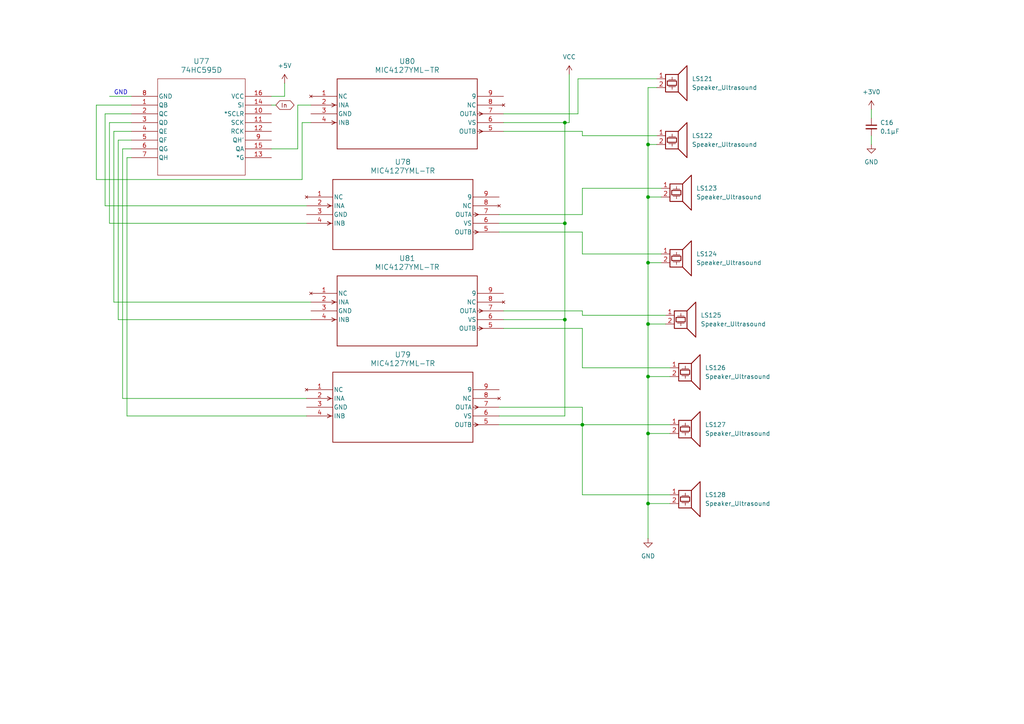
<source format=kicad_sch>
(kicad_sch (version 20250114) (generator "eeschema") (generator_version "9.0")
  (paper "A4")
  (lib_symbols
    (symbol "2025-12-28_09-02-17:MIC4127YML-TR" (pin_names (offset 0.254))
      (property "Reference" "U" (at 27.94 10.16 0))
      (property "Value" "MIC4127YML-TR" (at 27.94 7.62 0))
      (symbol "MIC4127YML-TR_0_1"
        (polyline (pts (xy 7.0993 -2.54) (xy 6.0579 -2.0193)) (stroke (width 0.2032)))
        (polyline (pts (xy 7.0993 -2.54) (xy 6.0579 -3.0607)) (stroke (width 0.2032)))
        (polyline (pts (xy 7.0993 -7.62) (xy 6.0579 -7.0993)) (stroke (width 0.2032)))
        (polyline (pts (xy 7.0993 -7.62) (xy 6.0579 -8.1407)) (stroke (width 0.2032)))
        (polyline (pts (xy 7.62 5.08) (xy 7.62 -15.24)) (stroke (width 0.2032)))
        (polyline (pts (xy 7.62 -15.24) (xy 48.26 -15.24)) (stroke (width 0.2032)))
        (polyline (pts (xy 48.26 5.08) (xy 7.62 5.08)) (stroke (width 0.2032)))
        (polyline (pts (xy 48.26 -15.24) (xy 48.26 5.08)) (stroke (width 0.2032)))
        (polyline (pts (xy 48.7807 -4.5593) (xy 49.8221 -5.08)) (stroke (width 0.2032)))
        (polyline (pts (xy 48.7807 -5.6007) (xy 49.8221 -5.08)) (stroke (width 0.2032)))
        (polyline (pts (xy 48.7807 -9.6393) (xy 49.8221 -10.16)) (stroke (width 0.2032)))
        (polyline (pts (xy 48.7807 -10.6807) (xy 49.8221 -10.16)) (stroke (width 0.2032)))
        (pin no_connect line (at 0 0 0) (length 7.62) (name "NC") (number "1"))
        (pin input line (at 0 -2.54 0) (length 7.62) (name "INA") (number "2"))
        (pin power_in line (at 0 -5.08 0) (length 7.62) (name "GND") (number "3"))
        (pin input line (at 0 -7.62 0) (length 7.62) (name "INB") (number "4"))
        (pin unspecified line (at 55.88 0 180) (length 7.62) (name "9") (number "9"))
        (pin no_connect line (at 55.88 -2.54 180) (length 7.62) (name "NC") (number "8"))
        (pin output line (at 55.88 -5.08 180) (length 7.62) (name "OUTA") (number "7"))
        (pin power_in line (at 55.88 -7.62 180) (length 7.62) (name "VS") (number "6"))
        (pin output line (at 55.88 -10.16 180) (length 7.62) (name "OUTB") (number "5"))
      )
    )
    (symbol "2025-12-28_09-22-42:74HC595D" (pin_names (offset 0.254))
      (property "Reference" "U" (at 20.32 10.16 0))
      (property "Value" "74HC595D" (at 20.32 7.62 0))
      (symbol "74HC595D_0_1"
        (polyline (pts (xy 7.62 5.08) (xy 7.62 -22.86)) (stroke (width 0.127)))
        (polyline (pts (xy 7.62 -22.86) (xy 33.02 -22.86)) (stroke (width 0.127)))
        (polyline (pts (xy 33.02 5.08) (xy 7.62 5.08)) (stroke (width 0.127)))
        (polyline (pts (xy 33.02 -22.86) (xy 33.02 5.08)) (stroke (width 0.127)))
        (pin power_out line (at 0 0 0) (length 7.62) (name "GND") (number "8"))
        (pin output line (at 0 -2.54 0) (length 7.62) (name "QB") (number "1"))
        (pin output line (at 0 -5.08 0) (length 7.62) (name "QC") (number "2"))
        (pin output line (at 0 -7.62 0) (length 7.62) (name "QD") (number "3"))
        (pin output line (at 0 -10.16 0) (length 7.62) (name "QE") (number "4"))
        (pin output line (at 0 -12.7 0) (length 7.62) (name "QF") (number "5"))
        (pin output line (at 0 -15.24 0) (length 7.62) (name "QG") (number "6"))
        (pin output line (at 0 -17.78 0) (length 7.62) (name "QH") (number "7"))
        (pin power_in line (at 40.64 0 180) (length 7.62) (name "VCC") (number "16"))
        (pin input line (at 40.64 -2.54 180) (length 7.62) (name "SI") (number "14"))
        (pin input line (at 40.64 -5.08 180) (length 7.62) (name "*SCLR") (number "10"))
        (pin input line (at 40.64 -7.62 180) (length 7.62) (name "SCK") (number "11"))
        (pin input line (at 40.64 -10.16 180) (length 7.62) (name "RCK") (number "12"))
        (pin output line (at 40.64 -12.7 180) (length 7.62) (name "QH'") (number "9"))
        (pin output line (at 40.64 -15.24 180) (length 7.62) (name "QA") (number "15"))
        (pin input line (at 40.64 -17.78 180) (length 7.62) (name "*G") (number "13"))
      )
    )
    (symbol "Device:C_Small" (pin_numbers (hide yes)) (pin_names (offset 0.254) (hide yes))
      (property "Reference" "C" (at 0.254 1.778 0))
      (property "Value" "C_Small" (at 0.254 -2.032 0))
      (symbol "C_Small_0_1"
        (polyline (pts (xy -1.524 0.508) (xy 1.524 0.508)) (stroke (width 0.3048)))
        (polyline (pts (xy -1.524 -0.508) (xy 1.524 -0.508)) (stroke (width 0.3302)))
      )
      (symbol "C_Small_1_1"
        (pin passive line (at 0 2.54 270) (length 2.032) (name "~") (number "1"))
        (pin passive line (at 0 -2.54 90) (length 2.032) (name "~") (number "2"))
      )
    )
    (symbol "Device:Speaker_Ultrasound" (pin_names (offset 0) (hide yes))
      (property "Reference" "LS" (at 0.635 5.715 0))
      (property "Value" "Speaker_Ultrasound" (at 0.635 3.81 0))
      (symbol "Speaker_Ultrasound_0_0"
        (rectangle (start -2.54 1.27) (end 1.143 -3.81) (stroke (width 0.254)))
        (rectangle (start -2.032 -0.635) (end 0.635 -1.905) (stroke (width 0.254)))
        (polyline (pts (xy -1.651 -0.254) (xy 0.381 -0.254)))
        (polyline (pts (xy -1.651 -2.286) (xy 0.381 -2.286)))
        (polyline (pts (xy -0.635 -0.254) (xy -0.635 0.508)))
        (polyline (pts (xy -0.635 -2.286) (xy -0.635 -3.048)))
        (polyline (pts (xy 1.143 1.27) (xy 3.683 3.81) (xy 3.683 -6.35) (xy 1.143 -3.81)) (stroke (width 0.254)))
      )
      (symbol "Speaker_Ultrasound_1_1"
        (pin input line (at -5.08 0 0) (length 2.54) (name "1") (number "1"))
        (pin input line (at -5.08 -2.54 0) (length 2.54) (name "2") (number "2"))
      )
    )
    (symbol "power:+3V0" (power) (pin_numbers (hide yes)) (pin_names (offset 0) (hide yes))
      (property "Value" "+3V0" (at 0 3.556 0))
      (symbol "+3V0_0_1"
        (polyline (pts (xy -0.762 1.27) (xy 0 2.54)))
        (polyline (pts (xy 0 2.54) (xy 0.762 1.27)))
        (polyline (pts (xy 0 0) (xy 0 2.54)))
      )
      (symbol "+3V0_1_1"
        (pin power_in line (at 0 0 90) (length 0) (name "~") (number "1"))
      )
    )
    (symbol "power:+5V" (power) (pin_numbers (hide yes)) (pin_names (offset 0) (hide yes))
      (property "Value" "+5V" (at 0 3.556 0))
      (symbol "+5V_0_1"
        (polyline (pts (xy -0.762 1.27) (xy 0 2.54)))
        (polyline (pts (xy 0 2.54) (xy 0.762 1.27)))
        (polyline (pts (xy 0 0) (xy 0 2.54)))
      )
      (symbol "+5V_1_1"
        (pin power_in line (at 0 0 90) (length 0) (name "~") (number "1"))
      )
    )
    (symbol "power:GND" (power) (pin_numbers (hide yes)) (pin_names (offset 0) (hide yes))
      (property "Value" "GND" (at 0 -3.81 0))
      (symbol "GND_0_1"
        (polyline (pts (xy 0 0) (xy 0 -1.27) (xy 1.27 -1.27) (xy 0 -2.54) (xy -1.27 -1.27) (xy 0 -1.27)))
      )
      (symbol "GND_1_1"
        (pin power_in line (at 0 0 270) (length 0) (name "~") (number "1"))
      )
    )
    (symbol "power:VCC" (power) (pin_numbers (hide yes)) (pin_names (offset 0) (hide yes))
      (property "Value" "VCC" (at 0 3.556 0))
      (symbol "VCC_0_1"
        (polyline (pts (xy -0.762 1.27) (xy 0 2.54)))
        (polyline (pts (xy 0 2.54) (xy 0.762 1.27)))
        (polyline (pts (xy 0 0) (xy 0 2.54)))
      )
      (symbol "VCC_1_1"
        (pin power_in line (at 0 0 90) (length 0) (name "~") (number "1"))
      )
    )
  )
  (text "GND" (at 35.052 26.924 0) (effects (font (size 1.27 1.27))))
  (junction (at 187.96 41.91))
  (junction (at 163.83 92.71))
  (junction (at 163.83 35.56))
  (junction (at 187.96 146.05))
  (junction (at 163.83 64.77))
  (junction (at 187.96 109.22))
  (junction (at 187.96 125.73))
  (junction (at 187.96 93.98))
  (junction (at 168.91 123.19))
  (junction (at 187.96 76.2))
  (junction (at 187.96 57.15))
  (wire (pts (xy 168.91 54.61) (xy 191.77 54.61)))
  (wire (pts (xy 38.1 33.02) (xy 30.48 33.02)))
  (wire (pts (xy 144.78 118.11) (xy 168.91 118.11)))
  (wire (pts (xy 34.29 92.71) (xy 90.17 92.71)))
  (wire (pts (xy 168.91 38.1) (xy 168.91 39.37)))
  (wire (pts (xy 38.1 38.1) (xy 33.02 38.1)))
  (wire (pts (xy 168.91 90.17) (xy 168.91 91.44)))
  (wire (pts (xy 163.83 35.56) (xy 165.1 35.56)))
  (wire (pts (xy 187.96 57.15) (xy 191.77 57.15)))
  (wire (pts (xy 146.05 92.71) (xy 163.83 92.71)))
  (wire (pts (xy 87.63 35.56) (xy 90.17 35.56)))
  (wire (pts (xy 187.96 41.91) (xy 190.5 41.91)))
  (wire (pts (xy 167.64 33.02) (xy 167.64 22.86)))
  (wire (pts (xy 78.74 43.18) (xy 86.36 43.18)))
  (wire (pts (xy 36.83 120.65) (xy 88.9 120.65)))
  (wire (pts (xy 87.63 52.07) (xy 87.63 35.56)))
  (wire (pts (xy 187.96 109.22) (xy 187.96 125.73)))
  (wire (pts (xy 187.96 125.73) (xy 194.31 125.73)))
  (wire (pts (xy 33.02 38.1) (xy 33.02 87.63)))
  (wire (pts (xy 168.91 73.66) (xy 191.77 73.66)))
  (wire (pts (xy 168.91 106.68) (xy 194.31 106.68)))
  (wire (pts (xy 187.96 41.91) (xy 187.96 57.15)))
  (wire (pts (xy 38.1 35.56) (xy 31.75 35.56)))
  (wire (pts (xy 27.94 30.48) (xy 27.94 52.07)))
  (wire (pts (xy 187.96 109.22) (xy 194.31 109.22)))
  (wire (pts (xy 190.5 25.4) (xy 187.96 25.4)))
  (wire (pts (xy 36.83 45.72) (xy 36.83 120.65)))
  (wire (pts (xy 168.91 123.19) (xy 168.91 143.51)))
  (wire (pts (xy 168.91 91.44) (xy 193.04 91.44)))
  (wire (pts (xy 146.05 95.25) (xy 168.91 95.25)))
  (wire (pts (xy 38.1 43.18) (xy 35.56 43.18)))
  (wire (pts (xy 163.83 92.71) (xy 163.83 120.65)))
  (wire (pts (xy 163.83 64.77) (xy 163.83 92.71)))
  (wire (pts (xy 34.29 40.64) (xy 34.29 92.71)))
  (wire (pts (xy 35.56 115.57) (xy 88.9 115.57)))
  (wire (pts (xy 194.31 146.05) (xy 187.96 146.05)))
  (wire (pts (xy 252.73 39.37) (xy 252.73 41.91)))
  (wire (pts (xy 38.1 40.64) (xy 34.29 40.64)))
  (wire (pts (xy 168.91 67.31) (xy 168.91 73.66)))
  (wire (pts (xy 144.78 64.77) (xy 163.83 64.77)))
  (wire (pts (xy 187.96 146.05) (xy 187.96 156.21)))
  (wire (pts (xy 168.91 39.37) (xy 190.5 39.37)))
  (wire (pts (xy 187.96 93.98) (xy 187.96 109.22)))
  (wire (pts (xy 187.96 25.4) (xy 187.96 41.91)))
  (wire (pts (xy 167.64 22.86) (xy 190.5 22.86)))
  (wire (pts (xy 31.75 27.94) (xy 38.1 27.94)))
  (wire (pts (xy 187.96 76.2) (xy 191.77 76.2)))
  (wire (pts (xy 168.91 123.19) (xy 194.31 123.19)))
  (wire (pts (xy 31.75 35.56) (xy 31.75 64.77)))
  (wire (pts (xy 33.02 87.63) (xy 90.17 87.63)))
  (wire (pts (xy 165.1 21.59) (xy 165.1 35.56)))
  (wire (pts (xy 30.48 59.69) (xy 88.9 59.69)))
  (wire (pts (xy 31.75 64.77) (xy 88.9 64.77)))
  (wire (pts (xy 146.05 38.1) (xy 168.91 38.1)))
  (wire (pts (xy 168.91 118.11) (xy 168.91 123.19)))
  (wire (pts (xy 146.05 33.02) (xy 167.64 33.02)))
  (wire (pts (xy 30.48 33.02) (xy 30.48 59.69)))
  (wire (pts (xy 144.78 120.65) (xy 163.83 120.65)))
  (wire (pts (xy 78.74 30.48) (xy 80.01 30.48)))
  (wire (pts (xy 144.78 123.19) (xy 168.91 123.19)))
  (wire (pts (xy 163.83 35.56) (xy 163.83 64.77)))
  (wire (pts (xy 78.74 27.94) (xy 82.55 27.94)))
  (wire (pts (xy 187.96 57.15) (xy 187.96 76.2)))
  (wire (pts (xy 187.96 76.2) (xy 187.96 93.98)))
  (wire (pts (xy 252.73 31.75) (xy 252.73 34.29)))
  (wire (pts (xy 168.91 95.25) (xy 168.91 106.68)))
  (wire (pts (xy 86.36 43.18) (xy 86.36 30.48)))
  (wire (pts (xy 168.91 62.23) (xy 168.91 54.61)))
  (wire (pts (xy 27.94 52.07) (xy 87.63 52.07)))
  (wire (pts (xy 146.05 90.17) (xy 168.91 90.17)))
  (wire (pts (xy 86.36 30.48) (xy 90.17 30.48)))
  (wire (pts (xy 38.1 45.72) (xy 36.83 45.72)))
  (wire (pts (xy 187.96 93.98) (xy 193.04 93.98)))
  (wire (pts (xy 35.56 43.18) (xy 35.56 115.57)))
  (wire (pts (xy 38.1 30.48) (xy 27.94 30.48)))
  (wire (pts (xy 146.05 35.56) (xy 163.83 35.56)))
  (wire (pts (xy 144.78 67.31) (xy 168.91 67.31)))
  (wire (pts (xy 82.55 24.13) (xy 82.55 27.94)))
  (wire (pts (xy 168.91 143.51) (xy 194.31 143.51)))
  (wire (pts (xy 187.96 125.73) (xy 187.96 146.05)))
  (wire (pts (xy 144.78 62.23) (xy 168.91 62.23)))
  (global_label "In" (shape bidirectional) (at 80.01 30.48 0) (property "Intersheetrefs" "${INTERSHEET_REFS}" (effects (hide yes))))
  (symbol (lib_id "power:VCC") (at 165.1 21.59 0) (unit 1)
    (property "Reference" "#PWR077" (effects (hide yes)))
    (property "Value" "VCC" (at 165.1 16.51 0))
    (property "Description" "Power symbol creates a global label with name \"VCC\"" (effects (hide yes)))
  )
  (symbol (lib_id "2025-12-28_09-02-17:MIC4127YML-TR") (at 88.9 113.03 0) (unit 1)
    (property "Reference" "U79" (at 116.84 102.87 0) (effects (font (size 1.524 1.524))))
    (property "Value" "MIC4127YML-TR" (at 116.84 105.41 0) (effects (font (size 1.524 1.524))))
    (property "Footprint" "MLF-8_ML_MCH" (effects (hide yes)))
    (property "Datasheet" "MIC4127YML-TR" (effects (hide yes)))
  )
  (symbol (lib_id "Device:Speaker_Ultrasound") (at 195.58 22.86 0) (unit 1)
    (property "Reference" "LS121" (at 200.66 22.8599 0) (effects (justify left)))
    (property "Value" "Speaker_Ultrasound" (at 200.66 25.3999 0) (effects (justify left)))
    (property "Description" "Ultrasonic transducer" (effects (hide yes)))
  )
  (symbol (lib_id "Device:C_Small") (at 252.73 36.83 0) (unit 1)
    (property "Reference" "C16" (at 255.27 35.5662 0) (effects (justify left)))
    (property "Value" "0.1μF" (at 255.27 38.1062 0) (effects (justify left)))
    (property "Description" "Unpolarized capacitor, small symbol" (effects (hide yes)))
  )
  (symbol (lib_id "Device:Speaker_Ultrasound") (at 196.85 73.66 0) (unit 1)
    (property "Reference" "LS124" (at 201.93 73.6599 0) (effects (justify left)))
    (property "Value" "Speaker_Ultrasound" (at 201.93 76.1999 0) (effects (justify left)))
    (property "Description" "Ultrasonic transducer" (effects (hide yes)))
  )
  (symbol (lib_id "Device:Speaker_Ultrasound") (at 196.85 54.61 0) (unit 1)
    (property "Reference" "LS123" (at 201.93 54.6099 0) (effects (justify left)))
    (property "Value" "Speaker_Ultrasound" (at 201.93 57.1499 0) (effects (justify left)))
    (property "Description" "Ultrasonic transducer" (effects (hide yes)))
  )
  (symbol (lib_id "power:GND") (at 252.73 41.91 0) (unit 1)
    (property "Reference" "#PWR080" (effects (hide yes)))
    (property "Value" "GND" (at 252.73 46.99 0))
    (property "Description" "Power symbol creates a global label with name \"GND\" , ground" (effects (hide yes)))
  )
  (symbol (lib_id "2025-12-28_09-02-17:MIC4127YML-TR") (at 88.9 57.15 0) (unit 1)
    (property "Reference" "U78" (at 116.84 46.99 0) (effects (font (size 1.524 1.524))))
    (property "Value" "MIC4127YML-TR" (at 116.84 49.53 0) (effects (font (size 1.524 1.524))))
    (property "Footprint" "MLF-8_ML_MCH" (effects (hide yes)))
    (property "Datasheet" "MIC4127YML-TR" (effects (hide yes)))
  )
  (symbol (lib_id "Device:Speaker_Ultrasound") (at 195.58 39.37 0) (unit 1)
    (property "Reference" "LS122" (at 200.66 39.3699 0) (effects (justify left)))
    (property "Value" "Speaker_Ultrasound" (at 200.66 41.9099 0) (effects (justify left)))
    (property "Description" "Ultrasonic transducer" (effects (hide yes)))
  )
  (symbol (lib_id "2025-12-28_09-22-42:74HC595D") (at 38.1 27.94 0) (unit 1)
    (property "Reference" "U77" (at 58.42 17.78 0) (effects (font (size 1.524 1.524))))
    (property "Value" "74HC595D" (at 58.42 20.32 0) (effects (font (size 1.524 1.524))))
    (property "Footprint" "SOIC16_TOS" (effects (hide yes)))
    (property "Datasheet" "https://toshiba.semicon-storage.com/info/docget.jsp?did=36768&prodName=74HC595D" (effects (hide yes)))
  )
  (symbol (lib_id "Device:Speaker_Ultrasound") (at 199.39 143.51 0) (unit 1)
    (property "Reference" "LS128" (at 204.47 143.5099 0) (effects (justify left)))
    (property "Value" "Speaker_Ultrasound" (at 204.47 146.0499 0) (effects (justify left)))
    (property "Description" "Ultrasonic transducer" (effects (hide yes)))
  )
  (symbol (lib_id "Device:Speaker_Ultrasound") (at 198.12 91.44 0) (unit 1)
    (property "Reference" "LS125" (at 203.2 91.4399 0) (effects (justify left)))
    (property "Value" "Speaker_Ultrasound" (at 203.2 93.9799 0) (effects (justify left)))
    (property "Description" "Ultrasonic transducer" (effects (hide yes)))
  )
  (symbol (lib_id "power:+5V") (at 82.55 24.13 0) (unit 1)
    (property "Reference" "#PWR076" (effects (hide yes)))
    (property "Value" "+5V" (at 82.55 19.05 0))
    (property "Description" "Power symbol creates a global label with name \"+5V\"" (effects (hide yes)))
  )
  (symbol (lib_id "Device:Speaker_Ultrasound") (at 199.39 106.68 0) (unit 1)
    (property "Reference" "LS126" (at 204.47 106.6799 0) (effects (justify left)))
    (property "Value" "Speaker_Ultrasound" (at 204.47 109.2199 0) (effects (justify left)))
    (property "Description" "Ultrasonic transducer" (effects (hide yes)))
  )
  (symbol (lib_id "2025-12-28_09-02-17:MIC4127YML-TR") (at 90.17 27.94 0) (unit 1)
    (property "Reference" "U80" (at 118.11 17.78 0) (effects (font (size 1.524 1.524))))
    (property "Value" "MIC4127YML-TR" (at 118.11 20.32 0) (effects (font (size 1.524 1.524))))
    (property "Footprint" "MLF-8_ML_MCH" (effects (hide yes)))
    (property "Datasheet" "MIC4127YML-TR" (effects (hide yes)))
  )
  (symbol (lib_id "power:+3V0") (at 252.73 31.75 0) (unit 1)
    (property "Reference" "#PWR079" (effects (hide yes)))
    (property "Value" "+3V0" (at 252.73 26.67 0))
    (property "Description" "Power symbol creates a global label with name \"+3V0\"" (effects (hide yes)))
  )
  (symbol (lib_id "2025-12-28_09-02-17:MIC4127YML-TR") (at 90.17 85.09 0) (unit 1)
    (property "Reference" "U81" (at 118.11 74.93 0) (effects (font (size 1.524 1.524))))
    (property "Value" "MIC4127YML-TR" (at 118.11 77.47 0) (effects (font (size 1.524 1.524))))
    (property "Footprint" "MLF-8_ML_MCH" (effects (hide yes)))
    (property "Datasheet" "MIC4127YML-TR" (effects (hide yes)))
  )
  (symbol (lib_id "power:GND") (at 187.96 156.21 0) (unit 1)
    (property "Reference" "#PWR078" (effects (hide yes)))
    (property "Value" "GND" (at 187.96 161.29 0))
    (property "Description" "Power symbol creates a global label with name \"GND\" , ground" (effects (hide yes)))
  )
  (symbol (lib_id "Device:Speaker_Ultrasound") (at 199.39 123.19 0) (unit 1)
    (property "Reference" "LS127" (at 204.47 123.1899 0) (effects (justify left)))
    (property "Value" "Speaker_Ultrasound" (at 204.47 125.7299 0) (effects (justify left)))
    (property "Description" "Ultrasonic transducer" (effects (hide yes)))
  )
)
</source>
